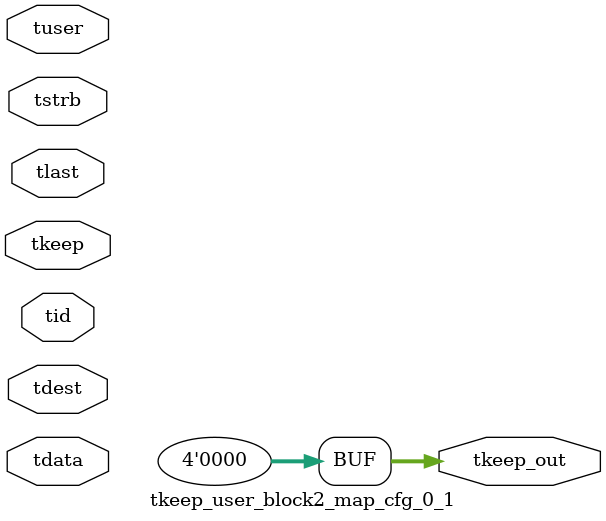
<source format=v>


`timescale 1ps/1ps

module tkeep_user_block2_map_cfg_0_1 #
(
parameter C_S_AXIS_TDATA_WIDTH = 32,
parameter C_S_AXIS_TUSER_WIDTH = 0,
parameter C_S_AXIS_TID_WIDTH   = 0,
parameter C_S_AXIS_TDEST_WIDTH = 0,
parameter C_M_AXIS_TDATA_WIDTH = 32
)
(
input  [(C_S_AXIS_TDATA_WIDTH == 0 ? 1 : C_S_AXIS_TDATA_WIDTH)-1:0     ] tdata,
input  [(C_S_AXIS_TUSER_WIDTH == 0 ? 1 : C_S_AXIS_TUSER_WIDTH)-1:0     ] tuser,
input  [(C_S_AXIS_TID_WIDTH   == 0 ? 1 : C_S_AXIS_TID_WIDTH)-1:0       ] tid,
input  [(C_S_AXIS_TDEST_WIDTH == 0 ? 1 : C_S_AXIS_TDEST_WIDTH)-1:0     ] tdest,
input  [(C_S_AXIS_TDATA_WIDTH/8)-1:0 ] tkeep,
input  [(C_S_AXIS_TDATA_WIDTH/8)-1:0 ] tstrb,
input                                                                    tlast,
output [(C_M_AXIS_TDATA_WIDTH/8)-1:0 ] tkeep_out
);

assign tkeep_out = {1'b0};

endmodule


</source>
